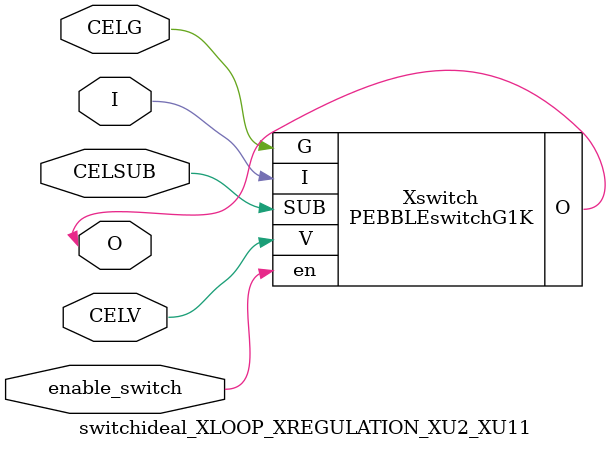
<source format=v>



module PEBBLEswitchG1K ( O, G, I, SUB, V, en );

  input V;
  input en;
  input I;
  input G;
  input SUB;
  output O;
endmodule

//Celera Confidential Do Not Copy switchideal_XLOOP_XREGULATION_XU2_XU11
//Celera Confidential Symbol Generator
//1000 Ohm gndSwitch
module switchideal_XLOOP_XREGULATION_XU2_XU11 (CELV,O,I,enable_switch,CELG,CELSUB);
input CELV;
input I;
input enable_switch;
inout O;
input CELG;
input CELSUB;

//Celera Confidential Do Not Copy PEBBLEswitchG1K
PEBBLEswitchG1K Xswitch(
.V (CELV),
.I (I),
.O (O),
.en (enable_switch),
.SUB (CELSUB),
.G (CELG)
);
//,diesize,PEBBLEswitchG1K

//Celera Confidential Do Not Copy Module End
//Celera Schematic Generator
endmodule

</source>
